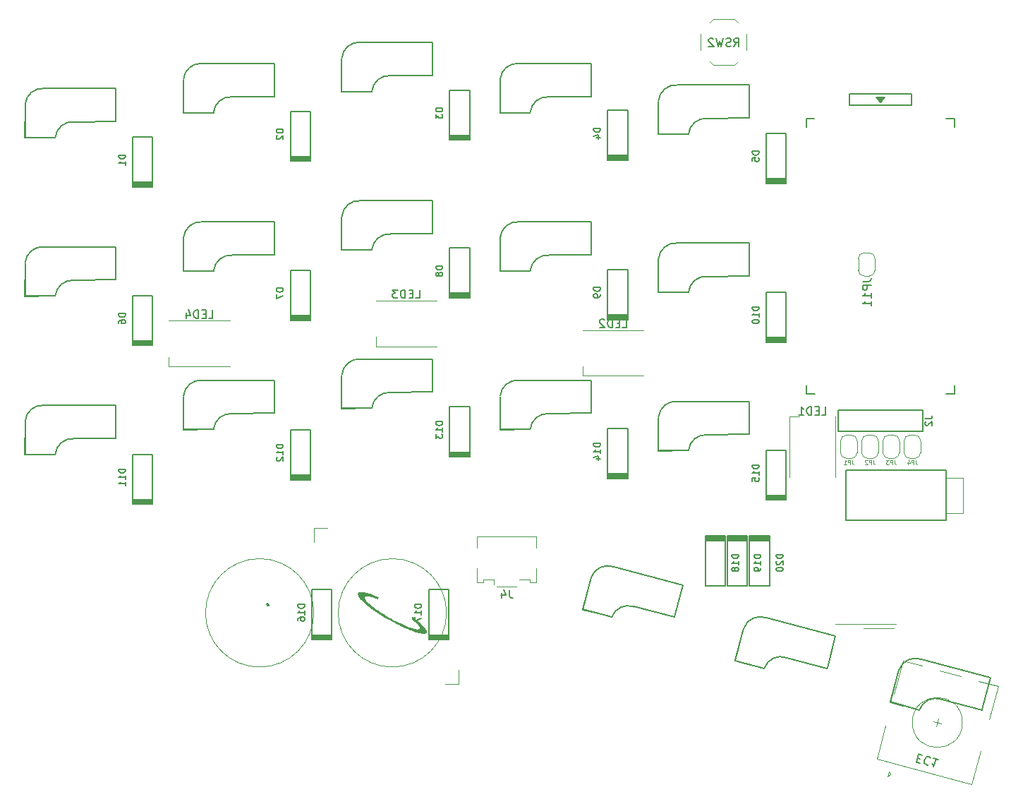
<source format=gbo>
G04 #@! TF.GenerationSoftware,KiCad,Pcbnew,(6.0.6-0)*
G04 #@! TF.CreationDate,2022-07-08T23:29:36+08:00*
G04 #@! TF.ProjectId,AT_ST,41545f53-542e-46b6-9963-61645f706362,rev?*
G04 #@! TF.SameCoordinates,Original*
G04 #@! TF.FileFunction,Legend,Bot*
G04 #@! TF.FilePolarity,Positive*
%FSLAX46Y46*%
G04 Gerber Fmt 4.6, Leading zero omitted, Abs format (unit mm)*
G04 Created by KiCad (PCBNEW (6.0.6-0)) date 2022-07-08 23:29:36*
%MOMM*%
%LPD*%
G01*
G04 APERTURE LIST*
%ADD10C,0.150000*%
%ADD11C,0.100000*%
%ADD12C,0.200000*%
%ADD13C,0.120000*%
G04 APERTURE END LIST*
D10*
X170884085Y-109741051D02*
X170084085Y-109741051D01*
X170084085Y-109931527D01*
X170122181Y-110045813D01*
X170198371Y-110122003D01*
X170274561Y-110160099D01*
X170426942Y-110198194D01*
X170541228Y-110198194D01*
X170693609Y-110160099D01*
X170769800Y-110122003D01*
X170845990Y-110045813D01*
X170884085Y-109931527D01*
X170884085Y-109741051D01*
X170884085Y-110960099D02*
X170884085Y-110502956D01*
X170884085Y-110731527D02*
X170084085Y-110731527D01*
X170198371Y-110655337D01*
X170274561Y-110579146D01*
X170312657Y-110502956D01*
X170350752Y-111645813D02*
X170884085Y-111645813D01*
X170045990Y-111455337D02*
X170617419Y-111264860D01*
X170617419Y-111760099D01*
X151934685Y-69534403D02*
X151134685Y-69534403D01*
X151134685Y-69724880D01*
X151172781Y-69839165D01*
X151248971Y-69915356D01*
X151325161Y-69953451D01*
X151477542Y-69991546D01*
X151591828Y-69991546D01*
X151744209Y-69953451D01*
X151820400Y-69915356D01*
X151896590Y-69839165D01*
X151934685Y-69724880D01*
X151934685Y-69534403D01*
X151134685Y-70258213D02*
X151134685Y-70753451D01*
X151439447Y-70486784D01*
X151439447Y-70601070D01*
X151477542Y-70677260D01*
X151515638Y-70715356D01*
X151591828Y-70753451D01*
X151782304Y-70753451D01*
X151858495Y-70715356D01*
X151896590Y-70677260D01*
X151934685Y-70601070D01*
X151934685Y-70372499D01*
X151896590Y-70296308D01*
X151858495Y-70258213D01*
X132831135Y-91147203D02*
X132031135Y-91147203D01*
X132031135Y-91337680D01*
X132069231Y-91451965D01*
X132145421Y-91528156D01*
X132221611Y-91566251D01*
X132373992Y-91604346D01*
X132488278Y-91604346D01*
X132640659Y-91566251D01*
X132716850Y-91528156D01*
X132793040Y-91451965D01*
X132831135Y-91337680D01*
X132831135Y-91147203D01*
X132031135Y-91871013D02*
X132031135Y-92404346D01*
X132831135Y-92061489D01*
X113884285Y-75172603D02*
X113084285Y-75172603D01*
X113084285Y-75363080D01*
X113122381Y-75477365D01*
X113198571Y-75553556D01*
X113274761Y-75591651D01*
X113427142Y-75629746D01*
X113541428Y-75629746D01*
X113693809Y-75591651D01*
X113770000Y-75553556D01*
X113846190Y-75477365D01*
X113884285Y-75363080D01*
X113884285Y-75172603D01*
X113884285Y-76391651D02*
X113884285Y-75934508D01*
X113884285Y-76163080D02*
X113084285Y-76163080D01*
X113198571Y-76086889D01*
X113274761Y-76010699D01*
X113312857Y-75934508D01*
X189906935Y-74713203D02*
X189106935Y-74713203D01*
X189106935Y-74903680D01*
X189145031Y-75017965D01*
X189221221Y-75094156D01*
X189297411Y-75132251D01*
X189449792Y-75170346D01*
X189564078Y-75170346D01*
X189716459Y-75132251D01*
X189792650Y-75094156D01*
X189868840Y-75017965D01*
X189906935Y-74903680D01*
X189906935Y-74713203D01*
X189106935Y-75894156D02*
X189106935Y-75513203D01*
X189487888Y-75475108D01*
X189449792Y-75513203D01*
X189411697Y-75589394D01*
X189411697Y-75779870D01*
X189449792Y-75856060D01*
X189487888Y-75894156D01*
X189564078Y-75932251D01*
X189754554Y-75932251D01*
X189830745Y-75894156D01*
X189868840Y-75856060D01*
X189906935Y-75779870D01*
X189906935Y-75589394D01*
X189868840Y-75513203D01*
X189830745Y-75475108D01*
X151934685Y-107149851D02*
X151134685Y-107149851D01*
X151134685Y-107340327D01*
X151172781Y-107454613D01*
X151248971Y-107530803D01*
X151325161Y-107568899D01*
X151477542Y-107606994D01*
X151591828Y-107606994D01*
X151744209Y-107568899D01*
X151820400Y-107530803D01*
X151896590Y-107454613D01*
X151934685Y-107340327D01*
X151934685Y-107149851D01*
X151934685Y-108368899D02*
X151934685Y-107911756D01*
X151934685Y-108140327D02*
X151134685Y-108140327D01*
X151248971Y-108064137D01*
X151325161Y-107987946D01*
X151363257Y-107911756D01*
X151134685Y-108635565D02*
X151134685Y-109130803D01*
X151439447Y-108864137D01*
X151439447Y-108978422D01*
X151477542Y-109054613D01*
X151515638Y-109092708D01*
X151591828Y-109130803D01*
X151782304Y-109130803D01*
X151858495Y-109092708D01*
X151896590Y-109054613D01*
X151934685Y-108978422D01*
X151934685Y-108749851D01*
X151896590Y-108673660D01*
X151858495Y-108635565D01*
X209866895Y-106790066D02*
X210447466Y-106790066D01*
X210563580Y-106751361D01*
X210640990Y-106673952D01*
X210679695Y-106557838D01*
X210679695Y-106480428D01*
X209944304Y-107138409D02*
X209905600Y-107177114D01*
X209866895Y-107254523D01*
X209866895Y-107448047D01*
X209905600Y-107525457D01*
X209944304Y-107564161D01*
X210021714Y-107602866D01*
X210099123Y-107602866D01*
X210215238Y-107564161D01*
X210679695Y-107099704D01*
X210679695Y-107602866D01*
X208944032Y-147531506D02*
X209266007Y-147617779D01*
X209539568Y-147148792D02*
X209079604Y-147025545D01*
X208820785Y-147991471D01*
X209280749Y-148114718D01*
X210480845Y-147499604D02*
X210447173Y-147441283D01*
X210321508Y-147358312D01*
X210229515Y-147333663D01*
X210079201Y-147342685D01*
X209962559Y-147410029D01*
X209891913Y-147489697D01*
X209796618Y-147661358D01*
X209759643Y-147799348D01*
X209756341Y-147995658D01*
X209777688Y-148099976D01*
X209845032Y-148216618D01*
X209970696Y-148299589D01*
X210062689Y-148324238D01*
X210213003Y-148315216D01*
X210271325Y-148281544D01*
X211425423Y-147654106D02*
X210873466Y-147506209D01*
X211149445Y-147580157D02*
X210890626Y-148546083D01*
X210835607Y-148383444D01*
X210768263Y-148266802D01*
X210688595Y-148196156D01*
X173550047Y-95859980D02*
X174026238Y-95859980D01*
X174026238Y-94859980D01*
X173216714Y-95336171D02*
X172883380Y-95336171D01*
X172740523Y-95859980D02*
X173216714Y-95859980D01*
X173216714Y-94859980D01*
X172740523Y-94859980D01*
X172311952Y-95859980D02*
X172311952Y-94859980D01*
X172073857Y-94859980D01*
X171931000Y-94907600D01*
X171835761Y-95002838D01*
X171788142Y-95098076D01*
X171740523Y-95288552D01*
X171740523Y-95431409D01*
X171788142Y-95621885D01*
X171835761Y-95717123D01*
X171931000Y-95812361D01*
X172073857Y-95859980D01*
X172311952Y-95859980D01*
X171359571Y-94955219D02*
X171311952Y-94907600D01*
X171216714Y-94859980D01*
X170978619Y-94859980D01*
X170883380Y-94907600D01*
X170835761Y-94955219D01*
X170788142Y-95050457D01*
X170788142Y-95145695D01*
X170835761Y-95288552D01*
X171407190Y-95859980D01*
X170788142Y-95859980D01*
X149407657Y-129083623D02*
X148607657Y-129083623D01*
X148607657Y-129274099D01*
X148645753Y-129388385D01*
X148721943Y-129464575D01*
X148798133Y-129502671D01*
X148950514Y-129540766D01*
X149064800Y-129540766D01*
X149217181Y-129502671D01*
X149293372Y-129464575D01*
X149369562Y-129388385D01*
X149407657Y-129274099D01*
X149407657Y-129083623D01*
X149407657Y-130302671D02*
X149407657Y-129845528D01*
X149407657Y-130074099D02*
X148607657Y-130074099D01*
X148721943Y-129997909D01*
X148798133Y-129921718D01*
X148836229Y-129845528D01*
X148607657Y-130569337D02*
X148607657Y-131102671D01*
X149407657Y-130759813D01*
X197461047Y-106370380D02*
X197937238Y-106370380D01*
X197937238Y-105370380D01*
X197127714Y-105846571D02*
X196794380Y-105846571D01*
X196651523Y-106370380D02*
X197127714Y-106370380D01*
X197127714Y-105370380D01*
X196651523Y-105370380D01*
X196222952Y-106370380D02*
X196222952Y-105370380D01*
X195984857Y-105370380D01*
X195842000Y-105418000D01*
X195746761Y-105513238D01*
X195699142Y-105608476D01*
X195651523Y-105798952D01*
X195651523Y-105941809D01*
X195699142Y-106132285D01*
X195746761Y-106227523D01*
X195842000Y-106322761D01*
X195984857Y-106370380D01*
X196222952Y-106370380D01*
X194699142Y-106370380D02*
X195270571Y-106370380D01*
X194984857Y-106370380D02*
X194984857Y-105370380D01*
X195080095Y-105513238D01*
X195175333Y-105608476D01*
X195270571Y-105656095D01*
X189906935Y-112331851D02*
X189106935Y-112331851D01*
X189106935Y-112522327D01*
X189145031Y-112636613D01*
X189221221Y-112712803D01*
X189297411Y-112750899D01*
X189449792Y-112788994D01*
X189564078Y-112788994D01*
X189716459Y-112750899D01*
X189792650Y-112712803D01*
X189868840Y-112636613D01*
X189906935Y-112522327D01*
X189906935Y-112331851D01*
X189906935Y-113550899D02*
X189906935Y-113093756D01*
X189906935Y-113322327D02*
X189106935Y-113322327D01*
X189221221Y-113246137D01*
X189297411Y-113169946D01*
X189335507Y-113093756D01*
X189106935Y-114274708D02*
X189106935Y-113893756D01*
X189487888Y-113855660D01*
X189449792Y-113893756D01*
X189411697Y-113969946D01*
X189411697Y-114160422D01*
X189449792Y-114236613D01*
X189487888Y-114274708D01*
X189564078Y-114312803D01*
X189754554Y-114312803D01*
X189830745Y-114274708D01*
X189868840Y-114236613D01*
X189906935Y-114160422D01*
X189906935Y-113969946D01*
X189868840Y-113893756D01*
X189830745Y-113855660D01*
X113884285Y-112843251D02*
X113084285Y-112843251D01*
X113084285Y-113033727D01*
X113122381Y-113148013D01*
X113198571Y-113224203D01*
X113274761Y-113262299D01*
X113427142Y-113300394D01*
X113541428Y-113300394D01*
X113693809Y-113262299D01*
X113770000Y-113224203D01*
X113846190Y-113148013D01*
X113884285Y-113033727D01*
X113884285Y-112843251D01*
X113884285Y-114062299D02*
X113884285Y-113605156D01*
X113884285Y-113833727D02*
X113084285Y-113833727D01*
X113198571Y-113757537D01*
X113274761Y-113681346D01*
X113312857Y-113605156D01*
X113884285Y-114824203D02*
X113884285Y-114367060D01*
X113884285Y-114595632D02*
X113084285Y-114595632D01*
X113198571Y-114519441D01*
X113274761Y-114443251D01*
X113312857Y-114367060D01*
X148713647Y-92329380D02*
X149189838Y-92329380D01*
X149189838Y-91329380D01*
X148380314Y-91805571D02*
X148046980Y-91805571D01*
X147904123Y-92329380D02*
X148380314Y-92329380D01*
X148380314Y-91329380D01*
X147904123Y-91329380D01*
X147475552Y-92329380D02*
X147475552Y-91329380D01*
X147237457Y-91329380D01*
X147094600Y-91377000D01*
X146999361Y-91472238D01*
X146951742Y-91567476D01*
X146904123Y-91757952D01*
X146904123Y-91900809D01*
X146951742Y-92091285D01*
X146999361Y-92186523D01*
X147094600Y-92281761D01*
X147237457Y-92329380D01*
X147475552Y-92329380D01*
X146570790Y-91329380D02*
X145951742Y-91329380D01*
X146285076Y-91710333D01*
X146142219Y-91710333D01*
X146046980Y-91757952D01*
X145999361Y-91805571D01*
X145951742Y-91900809D01*
X145951742Y-92138904D01*
X145999361Y-92234142D01*
X146046980Y-92281761D01*
X146142219Y-92329380D01*
X146427933Y-92329380D01*
X146523171Y-92281761D01*
X146570790Y-92234142D01*
X170884085Y-91070803D02*
X170084085Y-91070803D01*
X170084085Y-91261280D01*
X170122181Y-91375565D01*
X170198371Y-91451756D01*
X170274561Y-91489851D01*
X170426942Y-91527946D01*
X170541228Y-91527946D01*
X170693609Y-91489851D01*
X170769800Y-91451756D01*
X170845990Y-91375565D01*
X170884085Y-91261280D01*
X170884085Y-91070803D01*
X170884085Y-91908899D02*
X170884085Y-92061280D01*
X170845990Y-92137470D01*
X170807895Y-92175565D01*
X170693609Y-92251756D01*
X170541228Y-92289851D01*
X170236466Y-92289851D01*
X170160276Y-92251756D01*
X170122181Y-92213660D01*
X170084085Y-92137470D01*
X170084085Y-91985089D01*
X170122181Y-91908899D01*
X170160276Y-91870803D01*
X170236466Y-91832708D01*
X170426942Y-91832708D01*
X170503133Y-91870803D01*
X170541228Y-91908899D01*
X170579323Y-91985089D01*
X170579323Y-92137470D01*
X170541228Y-92213660D01*
X170503133Y-92251756D01*
X170426942Y-92289851D01*
X123877247Y-94742380D02*
X124353438Y-94742380D01*
X124353438Y-93742380D01*
X123543914Y-94218571D02*
X123210580Y-94218571D01*
X123067723Y-94742380D02*
X123543914Y-94742380D01*
X123543914Y-93742380D01*
X123067723Y-93742380D01*
X122639152Y-94742380D02*
X122639152Y-93742380D01*
X122401057Y-93742380D01*
X122258200Y-93790000D01*
X122162961Y-93885238D01*
X122115342Y-93980476D01*
X122067723Y-94170952D01*
X122067723Y-94313809D01*
X122115342Y-94504285D01*
X122162961Y-94599523D01*
X122258200Y-94694761D01*
X122401057Y-94742380D01*
X122639152Y-94742380D01*
X121210580Y-94075714D02*
X121210580Y-94742380D01*
X121448676Y-93694761D02*
X121686771Y-94409047D01*
X121067723Y-94409047D01*
X151934685Y-88465575D02*
X151134685Y-88465575D01*
X151134685Y-88656052D01*
X151172781Y-88770337D01*
X151248971Y-88846528D01*
X151325161Y-88884623D01*
X151477542Y-88922718D01*
X151591828Y-88922718D01*
X151744209Y-88884623D01*
X151820400Y-88846528D01*
X151896590Y-88770337D01*
X151934685Y-88656052D01*
X151934685Y-88465575D01*
X151477542Y-89379861D02*
X151439447Y-89303671D01*
X151401352Y-89265575D01*
X151325161Y-89227480D01*
X151287066Y-89227480D01*
X151210876Y-89265575D01*
X151172781Y-89303671D01*
X151134685Y-89379861D01*
X151134685Y-89532242D01*
X151172781Y-89608432D01*
X151210876Y-89646528D01*
X151287066Y-89684623D01*
X151325161Y-89684623D01*
X151401352Y-89646528D01*
X151439447Y-89608432D01*
X151477542Y-89532242D01*
X151477542Y-89379861D01*
X151515638Y-89303671D01*
X151553733Y-89265575D01*
X151629923Y-89227480D01*
X151782304Y-89227480D01*
X151858495Y-89265575D01*
X151896590Y-89303671D01*
X151934685Y-89379861D01*
X151934685Y-89532242D01*
X151896590Y-89608432D01*
X151858495Y-89646528D01*
X151782304Y-89684623D01*
X151629923Y-89684623D01*
X151553733Y-89646528D01*
X151515638Y-89608432D01*
X151477542Y-89532242D01*
X189906935Y-93382251D02*
X189106935Y-93382251D01*
X189106935Y-93572727D01*
X189145031Y-93687013D01*
X189221221Y-93763203D01*
X189297411Y-93801299D01*
X189449792Y-93839394D01*
X189564078Y-93839394D01*
X189716459Y-93801299D01*
X189792650Y-93763203D01*
X189868840Y-93687013D01*
X189906935Y-93572727D01*
X189906935Y-93382251D01*
X189906935Y-94601299D02*
X189906935Y-94144156D01*
X189906935Y-94372727D02*
X189106935Y-94372727D01*
X189221221Y-94296537D01*
X189297411Y-94220346D01*
X189335507Y-94144156D01*
X189106935Y-95096537D02*
X189106935Y-95172727D01*
X189145031Y-95248918D01*
X189183126Y-95287013D01*
X189259316Y-95325108D01*
X189411697Y-95363203D01*
X189602173Y-95363203D01*
X189754554Y-95325108D01*
X189830745Y-95287013D01*
X189868840Y-95248918D01*
X189906935Y-95172727D01*
X189906935Y-95096537D01*
X189868840Y-95020346D01*
X189830745Y-94982251D01*
X189754554Y-94944156D01*
X189602173Y-94906060D01*
X189411697Y-94906060D01*
X189259316Y-94944156D01*
X189183126Y-94982251D01*
X189145031Y-95020346D01*
X189106935Y-95096537D01*
X113884285Y-94173003D02*
X113084285Y-94173003D01*
X113084285Y-94363480D01*
X113122381Y-94477765D01*
X113198571Y-94553956D01*
X113274761Y-94592051D01*
X113427142Y-94630146D01*
X113541428Y-94630146D01*
X113693809Y-94592051D01*
X113770000Y-94553956D01*
X113846190Y-94477765D01*
X113884285Y-94363480D01*
X113884285Y-94173003D01*
X113084285Y-95315860D02*
X113084285Y-95163480D01*
X113122381Y-95087289D01*
X113160476Y-95049194D01*
X113274761Y-94973003D01*
X113427142Y-94934908D01*
X113731904Y-94934908D01*
X113808095Y-94973003D01*
X113846190Y-95011099D01*
X113884285Y-95087289D01*
X113884285Y-95239670D01*
X113846190Y-95315860D01*
X113808095Y-95353956D01*
X113731904Y-95392051D01*
X113541428Y-95392051D01*
X113465238Y-95353956D01*
X113427142Y-95315860D01*
X113389047Y-95239670D01*
X113389047Y-95087289D01*
X113427142Y-95011099D01*
X113465238Y-94973003D01*
X113541428Y-94934908D01*
X132831135Y-72071403D02*
X132031135Y-72071403D01*
X132031135Y-72261880D01*
X132069231Y-72376165D01*
X132145421Y-72452356D01*
X132221611Y-72490451D01*
X132373992Y-72528546D01*
X132488278Y-72528546D01*
X132640659Y-72490451D01*
X132716850Y-72452356D01*
X132793040Y-72376165D01*
X132831135Y-72261880D01*
X132831135Y-72071403D01*
X132107326Y-72833308D02*
X132069231Y-72871403D01*
X132031135Y-72947594D01*
X132031135Y-73138070D01*
X132069231Y-73214260D01*
X132107326Y-73252356D01*
X132183516Y-73290451D01*
X132259707Y-73290451D01*
X132373992Y-73252356D01*
X132831135Y-72795213D01*
X132831135Y-73290451D01*
X132831135Y-109892851D02*
X132031135Y-109892851D01*
X132031135Y-110083327D01*
X132069231Y-110197613D01*
X132145421Y-110273803D01*
X132221611Y-110311899D01*
X132373992Y-110349994D01*
X132488278Y-110349994D01*
X132640659Y-110311899D01*
X132716850Y-110273803D01*
X132793040Y-110197613D01*
X132831135Y-110083327D01*
X132831135Y-109892851D01*
X132831135Y-111111899D02*
X132831135Y-110654756D01*
X132831135Y-110883327D02*
X132031135Y-110883327D01*
X132145421Y-110807137D01*
X132221611Y-110730946D01*
X132259707Y-110654756D01*
X132107326Y-111416660D02*
X132069231Y-111454756D01*
X132031135Y-111530946D01*
X132031135Y-111721422D01*
X132069231Y-111797613D01*
X132107326Y-111835708D01*
X132183516Y-111873803D01*
X132259707Y-111873803D01*
X132373992Y-111835708D01*
X132831135Y-111378565D01*
X132831135Y-111873803D01*
X170884085Y-71958775D02*
X170084085Y-71958775D01*
X170084085Y-72149252D01*
X170122181Y-72263537D01*
X170198371Y-72339728D01*
X170274561Y-72377823D01*
X170426942Y-72415918D01*
X170541228Y-72415918D01*
X170693609Y-72377823D01*
X170769800Y-72339728D01*
X170845990Y-72263537D01*
X170884085Y-72149252D01*
X170884085Y-71958775D01*
X170350752Y-73101632D02*
X170884085Y-73101632D01*
X170045990Y-72911156D02*
X170617419Y-72720680D01*
X170617419Y-73215918D01*
X187468862Y-123111234D02*
X186668862Y-123111234D01*
X186668862Y-123301710D01*
X186706958Y-123415996D01*
X186783148Y-123492186D01*
X186859338Y-123530282D01*
X187011719Y-123568377D01*
X187126005Y-123568377D01*
X187278386Y-123530282D01*
X187354577Y-123492186D01*
X187430767Y-123415996D01*
X187468862Y-123301710D01*
X187468862Y-123111234D01*
X187468862Y-124330282D02*
X187468862Y-123873139D01*
X187468862Y-124101710D02*
X186668862Y-124101710D01*
X186783148Y-124025520D01*
X186859338Y-123949329D01*
X186897434Y-123873139D01*
X187011719Y-124787424D02*
X186973624Y-124711234D01*
X186935529Y-124673139D01*
X186859338Y-124635043D01*
X186821243Y-124635043D01*
X186745053Y-124673139D01*
X186706958Y-124711234D01*
X186668862Y-124787424D01*
X186668862Y-124939805D01*
X186706958Y-125015996D01*
X186745053Y-125054091D01*
X186821243Y-125092186D01*
X186859338Y-125092186D01*
X186935529Y-125054091D01*
X186973624Y-125015996D01*
X187011719Y-124939805D01*
X187011719Y-124787424D01*
X187049815Y-124711234D01*
X187087910Y-124673139D01*
X187164100Y-124635043D01*
X187316481Y-124635043D01*
X187392672Y-124673139D01*
X187430767Y-124711234D01*
X187468862Y-124787424D01*
X187468862Y-124939805D01*
X187430767Y-125015996D01*
X187392672Y-125054091D01*
X187316481Y-125092186D01*
X187164100Y-125092186D01*
X187087910Y-125054091D01*
X187049815Y-125015996D01*
X187011719Y-124939805D01*
X192786201Y-123111234D02*
X191986201Y-123111234D01*
X191986201Y-123301710D01*
X192024297Y-123415996D01*
X192100487Y-123492186D01*
X192176677Y-123530282D01*
X192329058Y-123568377D01*
X192443344Y-123568377D01*
X192595725Y-123530282D01*
X192671916Y-123492186D01*
X192748106Y-123415996D01*
X192786201Y-123301710D01*
X192786201Y-123111234D01*
X192062392Y-123873139D02*
X192024297Y-123911234D01*
X191986201Y-123987424D01*
X191986201Y-124177901D01*
X192024297Y-124254091D01*
X192062392Y-124292186D01*
X192138582Y-124330282D01*
X192214773Y-124330282D01*
X192329058Y-124292186D01*
X192786201Y-123835043D01*
X192786201Y-124330282D01*
X191986201Y-124825520D02*
X191986201Y-124901710D01*
X192024297Y-124977901D01*
X192062392Y-125015996D01*
X192138582Y-125054091D01*
X192290963Y-125092186D01*
X192481439Y-125092186D01*
X192633820Y-125054091D01*
X192710011Y-125015996D01*
X192748106Y-124977901D01*
X192786201Y-124901710D01*
X192786201Y-124825520D01*
X192748106Y-124749329D01*
X192710011Y-124711234D01*
X192633820Y-124673139D01*
X192481439Y-124635043D01*
X192290963Y-124635043D01*
X192138582Y-124673139D01*
X192062392Y-124711234D01*
X192024297Y-124749329D01*
X191986201Y-124825520D01*
X190127531Y-123111234D02*
X189327531Y-123111234D01*
X189327531Y-123301710D01*
X189365627Y-123415996D01*
X189441817Y-123492186D01*
X189518007Y-123530282D01*
X189670388Y-123568377D01*
X189784674Y-123568377D01*
X189937055Y-123530282D01*
X190013246Y-123492186D01*
X190089436Y-123415996D01*
X190127531Y-123301710D01*
X190127531Y-123111234D01*
X190127531Y-124330282D02*
X190127531Y-123873139D01*
X190127531Y-124101710D02*
X189327531Y-124101710D01*
X189441817Y-124025520D01*
X189518007Y-123949329D01*
X189556103Y-123873139D01*
X190127531Y-124711234D02*
X190127531Y-124863615D01*
X190089436Y-124939805D01*
X190051341Y-124977901D01*
X189937055Y-125054091D01*
X189784674Y-125092186D01*
X189479912Y-125092186D01*
X189403722Y-125054091D01*
X189365627Y-125015996D01*
X189327531Y-124939805D01*
X189327531Y-124787424D01*
X189365627Y-124711234D01*
X189403722Y-124673139D01*
X189479912Y-124635043D01*
X189670388Y-124635043D01*
X189746579Y-124673139D01*
X189784674Y-124711234D01*
X189822769Y-124787424D01*
X189822769Y-124939805D01*
X189784674Y-125015996D01*
X189746579Y-125054091D01*
X189670388Y-125092186D01*
X135386857Y-129083623D02*
X134586857Y-129083623D01*
X134586857Y-129274099D01*
X134624953Y-129388385D01*
X134701143Y-129464575D01*
X134777333Y-129502671D01*
X134929714Y-129540766D01*
X135044000Y-129540766D01*
X135196381Y-129502671D01*
X135272572Y-129464575D01*
X135348762Y-129388385D01*
X135386857Y-129274099D01*
X135386857Y-129083623D01*
X135386857Y-130302671D02*
X135386857Y-129845528D01*
X135386857Y-130074099D02*
X134586857Y-130074099D01*
X134701143Y-129997909D01*
X134777333Y-129921718D01*
X134815429Y-129845528D01*
X134586857Y-130988385D02*
X134586857Y-130836004D01*
X134624953Y-130759813D01*
X134663048Y-130721718D01*
X134777333Y-130645528D01*
X134929714Y-130607432D01*
X135234476Y-130607432D01*
X135310667Y-130645528D01*
X135348762Y-130683623D01*
X135386857Y-130759813D01*
X135386857Y-130912194D01*
X135348762Y-130988385D01*
X135310667Y-131026480D01*
X135234476Y-131064575D01*
X135044000Y-131064575D01*
X134967810Y-131026480D01*
X134929714Y-130988385D01*
X134891619Y-130912194D01*
X134891619Y-130759813D01*
X134929714Y-130683623D01*
X134967810Y-130645528D01*
X135044000Y-130607432D01*
X186913685Y-62159685D02*
X187247019Y-61683495D01*
X187485114Y-62159685D02*
X187485114Y-61159685D01*
X187104161Y-61159685D01*
X187008923Y-61207305D01*
X186961304Y-61254924D01*
X186913685Y-61350162D01*
X186913685Y-61493019D01*
X186961304Y-61588257D01*
X187008923Y-61635876D01*
X187104161Y-61683495D01*
X187485114Y-61683495D01*
X186532733Y-62112066D02*
X186389876Y-62159685D01*
X186151780Y-62159685D01*
X186056542Y-62112066D01*
X186008923Y-62064447D01*
X185961304Y-61969209D01*
X185961304Y-61873971D01*
X186008923Y-61778733D01*
X186056542Y-61731114D01*
X186151780Y-61683495D01*
X186342257Y-61635876D01*
X186437495Y-61588257D01*
X186485114Y-61540638D01*
X186532733Y-61445400D01*
X186532733Y-61350162D01*
X186485114Y-61254924D01*
X186437495Y-61207305D01*
X186342257Y-61159685D01*
X186104161Y-61159685D01*
X185961304Y-61207305D01*
X185627971Y-61159685D02*
X185389876Y-62159685D01*
X185199400Y-61445400D01*
X185008923Y-62159685D01*
X184770828Y-61159685D01*
X184437495Y-61254924D02*
X184389876Y-61207305D01*
X184294638Y-61159685D01*
X184056542Y-61159685D01*
X183961304Y-61207305D01*
X183913685Y-61254924D01*
X183866066Y-61350162D01*
X183866066Y-61445400D01*
X183913685Y-61588257D01*
X184485114Y-62159685D01*
X183866066Y-62159685D01*
D11*
X206191658Y-111750619D02*
X206191658Y-112107762D01*
X206215468Y-112179190D01*
X206263087Y-112226809D01*
X206334515Y-112250619D01*
X206382134Y-112250619D01*
X205953563Y-112250619D02*
X205953563Y-111750619D01*
X205763087Y-111750619D01*
X205715468Y-111774429D01*
X205691658Y-111798238D01*
X205667849Y-111845857D01*
X205667849Y-111917286D01*
X205691658Y-111964905D01*
X205715468Y-111988714D01*
X205763087Y-112012524D01*
X205953563Y-112012524D01*
X205501182Y-111750619D02*
X205191658Y-111750619D01*
X205358325Y-111941095D01*
X205286896Y-111941095D01*
X205239277Y-111964905D01*
X205215468Y-111988714D01*
X205191658Y-112036333D01*
X205191658Y-112155381D01*
X205215468Y-112203000D01*
X205239277Y-112226809D01*
X205286896Y-112250619D01*
X205429753Y-112250619D01*
X205477372Y-112226809D01*
X205501182Y-112203000D01*
D10*
X202362746Y-90315991D02*
X203077032Y-90315991D01*
X203219889Y-90268372D01*
X203315127Y-90173134D01*
X203362746Y-90030276D01*
X203362746Y-89935038D01*
X203362746Y-90792181D02*
X202362746Y-90792181D01*
X202362746Y-91173134D01*
X202410366Y-91268372D01*
X202457985Y-91315991D01*
X202553223Y-91363610D01*
X202696080Y-91363610D01*
X202791318Y-91315991D01*
X202838937Y-91268372D01*
X202886556Y-91173134D01*
X202886556Y-90792181D01*
X203362746Y-92315991D02*
X203362746Y-91744562D01*
X203362746Y-92030276D02*
X202362746Y-92030276D01*
X202505604Y-91935038D01*
X202600842Y-91839800D01*
X202648461Y-91744562D01*
X203362746Y-93268372D02*
X203362746Y-92696943D01*
X203362746Y-92982657D02*
X202362746Y-92982657D01*
X202505604Y-92887419D01*
X202600842Y-92792181D01*
X202648461Y-92696943D01*
X159969670Y-127322183D02*
X159969670Y-128036469D01*
X160017289Y-128179326D01*
X160112527Y-128274564D01*
X160255384Y-128322183D01*
X160350622Y-128322183D01*
X159064908Y-127655517D02*
X159064908Y-128322183D01*
X159303003Y-127274564D02*
X159541098Y-127988850D01*
X158922051Y-127988850D01*
D11*
X208731658Y-111750619D02*
X208731658Y-112107762D01*
X208755468Y-112179190D01*
X208803087Y-112226809D01*
X208874515Y-112250619D01*
X208922134Y-112250619D01*
X208493563Y-112250619D02*
X208493563Y-111750619D01*
X208303087Y-111750619D01*
X208255468Y-111774429D01*
X208231658Y-111798238D01*
X208207849Y-111845857D01*
X208207849Y-111917286D01*
X208231658Y-111964905D01*
X208255468Y-111988714D01*
X208303087Y-112012524D01*
X208493563Y-112012524D01*
X207779277Y-111917286D02*
X207779277Y-112250619D01*
X207898325Y-111726809D02*
X208017372Y-112083952D01*
X207707849Y-112083952D01*
X203651658Y-111750619D02*
X203651658Y-112107762D01*
X203675468Y-112179190D01*
X203723087Y-112226809D01*
X203794515Y-112250619D01*
X203842134Y-112250619D01*
X203413563Y-112250619D02*
X203413563Y-111750619D01*
X203223087Y-111750619D01*
X203175468Y-111774429D01*
X203151658Y-111798238D01*
X203127849Y-111845857D01*
X203127849Y-111917286D01*
X203151658Y-111964905D01*
X203175468Y-111988714D01*
X203223087Y-112012524D01*
X203413563Y-112012524D01*
X202937372Y-111798238D02*
X202913563Y-111774429D01*
X202865944Y-111750619D01*
X202746896Y-111750619D01*
X202699277Y-111774429D01*
X202675468Y-111798238D01*
X202651658Y-111845857D01*
X202651658Y-111893476D01*
X202675468Y-111964905D01*
X202961182Y-112250619D01*
X202651658Y-112250619D01*
X201111658Y-111750619D02*
X201111658Y-112107762D01*
X201135468Y-112179190D01*
X201183087Y-112226809D01*
X201254515Y-112250619D01*
X201302134Y-112250619D01*
X200873563Y-112250619D02*
X200873563Y-111750619D01*
X200683087Y-111750619D01*
X200635468Y-111774429D01*
X200611658Y-111798238D01*
X200587849Y-111845857D01*
X200587849Y-111917286D01*
X200611658Y-111964905D01*
X200635468Y-111988714D01*
X200683087Y-112012524D01*
X200873563Y-112012524D01*
X200111658Y-112250619D02*
X200397372Y-112250619D01*
X200254515Y-112250619D02*
X200254515Y-111750619D01*
X200302134Y-111822048D01*
X200349753Y-111869667D01*
X200397372Y-111893476D01*
D10*
X205686062Y-140772432D02*
X209173054Y-141706769D01*
X206709432Y-136953161D02*
X205688391Y-140763739D01*
X206186014Y-138855626D02*
X205668376Y-140787477D01*
X205668376Y-140787477D02*
X207213858Y-141201588D01*
X217743756Y-137886870D02*
X209412646Y-135654556D01*
X216720386Y-141706141D02*
X211830555Y-140443537D01*
X216732292Y-141661708D02*
X217743756Y-137886870D01*
X209412646Y-135654555D02*
G75*
G03*
X206738175Y-136888393I-720316J-1954155D01*
G01*
X211853668Y-140453872D02*
G75*
G03*
X209184097Y-141684880I-719282J-1950288D01*
G01*
X120836966Y-70107075D02*
X122436966Y-70107075D01*
X120850155Y-66133965D02*
X120850155Y-70078965D01*
X120836966Y-68107075D02*
X120836966Y-70107075D01*
X131750155Y-68133965D02*
X126700155Y-68179965D01*
X131750155Y-64179965D02*
X123125155Y-64179965D01*
X131750155Y-68087965D02*
X131750155Y-64179965D01*
X120850155Y-70087965D02*
X124460155Y-70087965D01*
X123125155Y-64179965D02*
G75*
G03*
X120861155Y-66063965I-190000J-2074000D01*
G01*
X126725155Y-68183966D02*
G75*
G03*
X124465156Y-70063964I-190001J-2069997D01*
G01*
D12*
X174162028Y-107959628D02*
X171762028Y-107959628D01*
X171762028Y-107959628D02*
X171762028Y-113959628D01*
X171762028Y-113959628D02*
X174162028Y-113959628D01*
X174162028Y-113959628D02*
X174162028Y-107959628D01*
G36*
X174162028Y-113959628D02*
G01*
X171762028Y-113959628D01*
X171762028Y-113401228D01*
X174162028Y-113401228D01*
X174162028Y-113959628D01*
G37*
X174162028Y-113959628D02*
X171762028Y-113959628D01*
X171762028Y-113401228D01*
X174162028Y-113401228D01*
X174162028Y-113959628D01*
X155212628Y-67372028D02*
X152812628Y-67372028D01*
X152812628Y-67372028D02*
X152812628Y-73372028D01*
X152812628Y-73372028D02*
X155212628Y-73372028D01*
X155212628Y-73372028D02*
X155212628Y-67372028D01*
G36*
X155212628Y-73372028D02*
G01*
X152812628Y-73372028D01*
X152812628Y-72813628D01*
X155212628Y-72813628D01*
X155212628Y-73372028D01*
G37*
X155212628Y-73372028D02*
X152812628Y-73372028D01*
X152812628Y-72813628D01*
X155212628Y-72813628D01*
X155212628Y-73372028D01*
D10*
X188749453Y-85724765D02*
X180124453Y-85724765D01*
X177836264Y-89651875D02*
X177836264Y-91651875D01*
X177836264Y-91651875D02*
X179436264Y-91651875D01*
X188749453Y-89678765D02*
X183699453Y-89724765D01*
X177849453Y-91632765D02*
X181459453Y-91632765D01*
X188749453Y-89632765D02*
X188749453Y-85724765D01*
X177849453Y-87678765D02*
X177849453Y-91623765D01*
X183724453Y-89728766D02*
G75*
G03*
X181464454Y-91608764I-190001J-2069997D01*
G01*
X180124453Y-85724765D02*
G75*
G03*
X177860453Y-87608765I-190000J-2074000D01*
G01*
D12*
X136109078Y-88984828D02*
X133709078Y-88984828D01*
X133709078Y-88984828D02*
X133709078Y-94984828D01*
X133709078Y-94984828D02*
X136109078Y-94984828D01*
X136109078Y-94984828D02*
X136109078Y-88984828D01*
G36*
X136109078Y-94984828D02*
G01*
X133709078Y-94984828D01*
X133709078Y-94426428D01*
X136109078Y-94426428D01*
X136109078Y-94984828D01*
G37*
X136109078Y-94984828D02*
X133709078Y-94984828D01*
X133709078Y-94426428D01*
X136109078Y-94426428D01*
X136109078Y-94984828D01*
X117162228Y-73010228D02*
X114762228Y-73010228D01*
X114762228Y-73010228D02*
X114762228Y-79010228D01*
X114762228Y-79010228D02*
X117162228Y-79010228D01*
X117162228Y-79010228D02*
X117162228Y-73010228D01*
G36*
X117162228Y-79010228D02*
G01*
X114762228Y-79010228D01*
X114762228Y-78451828D01*
X117162228Y-78451828D01*
X117162228Y-79010228D01*
G37*
X117162228Y-79010228D02*
X114762228Y-79010228D01*
X114762228Y-78451828D01*
X117162228Y-78451828D01*
X117162228Y-79010228D01*
X193184878Y-72550828D02*
X190784878Y-72550828D01*
X190784878Y-72550828D02*
X190784878Y-78550828D01*
X190784878Y-78550828D02*
X193184878Y-78550828D01*
X193184878Y-78550828D02*
X193184878Y-72550828D01*
G36*
X193184878Y-78550828D02*
G01*
X190784878Y-78550828D01*
X190784878Y-77992428D01*
X193184878Y-77992428D01*
X193184878Y-78550828D01*
G37*
X193184878Y-78550828D02*
X190784878Y-78550828D01*
X190784878Y-77992428D01*
X193184878Y-77992428D01*
X193184878Y-78550828D01*
X155212628Y-105368428D02*
X152812628Y-105368428D01*
X152812628Y-105368428D02*
X152812628Y-111368428D01*
X152812628Y-111368428D02*
X155212628Y-111368428D01*
X155212628Y-111368428D02*
X155212628Y-105368428D01*
G36*
X155212628Y-111368428D02*
G01*
X152812628Y-111368428D01*
X152812628Y-110810028D01*
X155212628Y-110810028D01*
X155212628Y-111368428D01*
G37*
X155212628Y-111368428D02*
X152812628Y-111368428D01*
X152812628Y-110810028D01*
X155212628Y-110810028D01*
X155212628Y-111368428D01*
D10*
X150749555Y-61639205D02*
X142124555Y-61639205D01*
X139836366Y-65566315D02*
X139836366Y-67566315D01*
X139836366Y-67566315D02*
X141436366Y-67566315D01*
X150749555Y-65593205D02*
X145699555Y-65639205D01*
X139849555Y-63593205D02*
X139849555Y-67538205D01*
X150749555Y-65547205D02*
X150749555Y-61639205D01*
X139849555Y-67547205D02*
X143459555Y-67547205D01*
X145724555Y-65643206D02*
G75*
G03*
X143464556Y-67523204I-190001J-2069997D01*
G01*
X142124555Y-61639205D02*
G75*
G03*
X139860555Y-63523205I-190000J-2074000D01*
G01*
X209594277Y-108289302D02*
X199434277Y-108289302D01*
X199434277Y-108289302D02*
X199434277Y-105749302D01*
X199434277Y-105749302D02*
X209594277Y-105749302D01*
X209594277Y-105749302D02*
X209594277Y-108289302D01*
X188749453Y-104719765D02*
X180124453Y-104719765D01*
X188749453Y-108673765D02*
X183699453Y-108719765D01*
X177849453Y-110627765D02*
X181459453Y-110627765D01*
X177836264Y-110646875D02*
X179436264Y-110646875D01*
X188749453Y-108627765D02*
X188749453Y-104719765D01*
X177849453Y-106673765D02*
X177849453Y-110618765D01*
X177836264Y-108646875D02*
X177836264Y-110646875D01*
X183724453Y-108723766D02*
G75*
G03*
X181464454Y-110603764I-190001J-2069997D01*
G01*
X180124453Y-104719765D02*
G75*
G03*
X177860453Y-106603765I-190000J-2074000D01*
G01*
X101849955Y-111088365D02*
X105459955Y-111088365D01*
X112749955Y-109134365D02*
X107699955Y-109180365D01*
X112749955Y-105180365D02*
X104124955Y-105180365D01*
X101836766Y-111107475D02*
X103436766Y-111107475D01*
X101836766Y-109107475D02*
X101836766Y-111107475D01*
X112749955Y-109088365D02*
X112749955Y-105180365D01*
X101849955Y-107134365D02*
X101849955Y-111079365D01*
X107724955Y-109184366D02*
G75*
G03*
X105464956Y-111064364I-190001J-2069997D01*
G01*
X104124955Y-105180365D02*
G75*
G03*
X101860955Y-107064365I-190000J-2074000D01*
G01*
D13*
X215448788Y-150650925D02*
X204050863Y-147596860D01*
X205112022Y-143636564D02*
X204050863Y-147596860D01*
X211199212Y-143714708D02*
X211458032Y-142748782D01*
X218606381Y-138866630D02*
X216288159Y-138245464D01*
X205504829Y-149125253D02*
X205349538Y-149704808D01*
X205716961Y-149492676D02*
X205504829Y-149125253D01*
X214163122Y-137676062D02*
X211651715Y-137003133D01*
X207208456Y-135812565D02*
X206147298Y-139772861D01*
X209526678Y-136433731D02*
X207208456Y-135812565D01*
X216509946Y-146690629D02*
X215448788Y-150650925D01*
X205349538Y-149704808D02*
X205716961Y-149492676D01*
X211811585Y-143361155D02*
X210845659Y-143102335D01*
X217545222Y-142826926D02*
X218606381Y-138866630D01*
X214328622Y-143231745D02*
G75*
G03*
X214328622Y-143231745I-3000000J0D01*
G01*
D10*
X139849555Y-101593365D02*
X139849555Y-105538365D01*
X139849555Y-105547365D02*
X143459555Y-105547365D01*
X150749555Y-103593365D02*
X145699555Y-103639365D01*
X150749555Y-99639365D02*
X142124555Y-99639365D01*
X139836366Y-105566475D02*
X141436366Y-105566475D01*
X139836366Y-103566475D02*
X139836366Y-105566475D01*
X150749555Y-103547365D02*
X150749555Y-99639365D01*
X142124555Y-99639365D02*
G75*
G03*
X139860555Y-101523365I-190000J-2074000D01*
G01*
X145724555Y-103643366D02*
G75*
G03*
X143464556Y-105523364I-190001J-2069997D01*
G01*
X158849755Y-70087405D02*
X162459755Y-70087405D01*
X169749755Y-68087405D02*
X169749755Y-64179405D01*
X169749755Y-68133405D02*
X164699755Y-68179405D01*
X169749755Y-64179405D02*
X161124755Y-64179405D01*
X158836566Y-70106515D02*
X160436566Y-70106515D01*
X158836566Y-68106515D02*
X158836566Y-70106515D01*
X158849755Y-66133405D02*
X158849755Y-70078405D01*
X164724755Y-68183406D02*
G75*
G03*
X162464756Y-70063404I-190001J-2069997D01*
G01*
X161124755Y-64179405D02*
G75*
G03*
X158860755Y-66063405I-190000J-2074000D01*
G01*
D13*
X168781000Y-101657600D02*
X168781000Y-100507600D01*
X176081000Y-96157600D02*
X168781000Y-96157600D01*
X176081000Y-101657600D02*
X168781000Y-101657600D01*
D10*
X169749755Y-106087765D02*
X169749755Y-102179765D01*
X158836566Y-108106875D02*
X160436566Y-108106875D01*
X169749755Y-102179765D02*
X161124755Y-102179765D01*
X169749755Y-106133765D02*
X164699755Y-106179765D01*
X158836566Y-106106875D02*
X158836566Y-108106875D01*
X158849755Y-108087765D02*
X162459755Y-108087765D01*
X158849755Y-104133765D02*
X158849755Y-108078765D01*
X161124755Y-102179765D02*
G75*
G03*
X158860755Y-104063765I-190000J-2074000D01*
G01*
X164724755Y-106183766D02*
G75*
G03*
X162464756Y-108063764I-190001J-2069997D01*
G01*
X199125556Y-132895953D02*
X190794446Y-130663639D01*
X187067862Y-135781515D02*
X190554854Y-136715852D01*
X198114092Y-136670791D02*
X199125556Y-132895953D01*
X187050176Y-135796560D02*
X188595658Y-136210671D01*
X188091232Y-131962244D02*
X187070191Y-135772822D01*
X187567814Y-133864709D02*
X187050176Y-135796560D01*
X198102186Y-136715224D02*
X193212355Y-135452620D01*
X190794446Y-130663638D02*
G75*
G03*
X188119975Y-131897476I-720316J-1954155D01*
G01*
X193235468Y-135462955D02*
G75*
G03*
X190565897Y-136693963I-719282J-1950288D01*
G01*
D12*
X152685600Y-127302200D02*
X150285600Y-127302200D01*
X150285600Y-127302200D02*
X150285600Y-133302200D01*
X150285600Y-133302200D02*
X152685600Y-133302200D01*
X152685600Y-133302200D02*
X152685600Y-127302200D01*
G36*
X152685600Y-133302200D02*
G01*
X150285600Y-133302200D01*
X150285600Y-132743800D01*
X152685600Y-132743800D01*
X152685600Y-133302200D01*
G37*
X152685600Y-133302200D02*
X150285600Y-133302200D01*
X150285600Y-132743800D01*
X152685600Y-132743800D01*
X152685600Y-133302200D01*
D13*
X193617400Y-113829114D02*
X193617400Y-106529114D01*
X193617400Y-106529114D02*
X194767400Y-106529114D01*
X199117400Y-113829114D02*
X199117400Y-106529114D01*
D10*
X168736154Y-129686534D02*
X170281636Y-130100645D01*
X169253792Y-127754683D02*
X168736154Y-129686534D01*
X179800070Y-130560765D02*
X180811534Y-126785927D01*
X179788164Y-130605198D02*
X174898333Y-129342594D01*
X180811534Y-126785927D02*
X172480424Y-124553613D01*
X168753840Y-129671489D02*
X172240832Y-130605826D01*
X169777210Y-125852218D02*
X168756169Y-129662796D01*
X172480424Y-124553612D02*
G75*
G03*
X169805953Y-125787450I-720316J-1954155D01*
G01*
X174921446Y-129352929D02*
G75*
G03*
X172251875Y-130583937I-719282J-1950288D01*
G01*
X131750155Y-87087565D02*
X131750155Y-83179565D01*
X120850155Y-85133565D02*
X120850155Y-89078565D01*
X120836966Y-89106675D02*
X122436966Y-89106675D01*
X131750155Y-87133565D02*
X126700155Y-87179565D01*
X131750155Y-83179565D02*
X123125155Y-83179565D01*
X120850155Y-89087565D02*
X124460155Y-89087565D01*
X120836966Y-87106675D02*
X120836966Y-89106675D01*
X123125155Y-83179565D02*
G75*
G03*
X120861155Y-85063565I-190000J-2074000D01*
G01*
X126725155Y-87183566D02*
G75*
G03*
X124465156Y-89063564I-190001J-2069997D01*
G01*
D11*
X136497200Y-130081700D02*
G75*
G03*
X136497200Y-130081700I-6500000J0D01*
G01*
G36*
X130977321Y-128904401D02*
G01*
X131017291Y-128917207D01*
X131056977Y-128936860D01*
X131095220Y-128963277D01*
X131130859Y-128996376D01*
X131162734Y-129036075D01*
X131165600Y-129040300D01*
X131189142Y-129082648D01*
X131204403Y-129125682D01*
X131211489Y-129167911D01*
X131210505Y-129207847D01*
X131201557Y-129243998D01*
X131184751Y-129274875D01*
X131160191Y-129298987D01*
X131146671Y-129307216D01*
X131113202Y-129318989D01*
X131074422Y-129323885D01*
X131034746Y-129321568D01*
X131014595Y-129317226D01*
X130964863Y-129298125D01*
X130919015Y-129270608D01*
X130878155Y-129236150D01*
X130843388Y-129196228D01*
X130815821Y-129152319D01*
X130796558Y-129105897D01*
X130786706Y-129058441D01*
X130787111Y-129013398D01*
X130796562Y-128975967D01*
X130813856Y-128945960D01*
X130837829Y-128923294D01*
X130867324Y-128907888D01*
X130901177Y-128899659D01*
X130938230Y-128898524D01*
X130977321Y-128904401D01*
G37*
D10*
X101849955Y-69133565D02*
X101849955Y-73078565D01*
X101836766Y-71106675D02*
X101836766Y-73106675D01*
X112749955Y-71087565D02*
X112749955Y-67179565D01*
X101849955Y-73087565D02*
X105459955Y-73087565D01*
X101836766Y-73106675D02*
X103436766Y-73106675D01*
X112749955Y-71133565D02*
X107699955Y-71179565D01*
X112749955Y-67179565D02*
X104124955Y-67179565D01*
X107724955Y-71183566D02*
G75*
G03*
X105464956Y-73063564I-190001J-2069997D01*
G01*
X104124955Y-67179565D02*
G75*
G03*
X101860955Y-69063565I-190000J-2074000D01*
G01*
X139836366Y-84566275D02*
X139836366Y-86566275D01*
X150749555Y-84547165D02*
X150749555Y-80639165D01*
X139849555Y-82593165D02*
X139849555Y-86538165D01*
X150749555Y-84593165D02*
X145699555Y-84639165D01*
X139836366Y-86566275D02*
X141436366Y-86566275D01*
X150749555Y-80639165D02*
X142124555Y-80639165D01*
X139849555Y-86547165D02*
X143459555Y-86547165D01*
X145724555Y-84643166D02*
G75*
G03*
X143464556Y-86523164I-190001J-2069997D01*
G01*
X142124555Y-80639165D02*
G75*
G03*
X139860555Y-82523165I-190000J-2074000D01*
G01*
D12*
X193184878Y-110550428D02*
X190784878Y-110550428D01*
X190784878Y-110550428D02*
X190784878Y-116550428D01*
X190784878Y-116550428D02*
X193184878Y-116550428D01*
X193184878Y-116550428D02*
X193184878Y-110550428D01*
G36*
X193184878Y-116550428D02*
G01*
X190784878Y-116550428D01*
X190784878Y-115992028D01*
X193184878Y-115992028D01*
X193184878Y-116550428D01*
G37*
X193184878Y-116550428D02*
X190784878Y-116550428D01*
X190784878Y-115992028D01*
X193184878Y-115992028D01*
X193184878Y-116550428D01*
X117162228Y-111061828D02*
X114762228Y-111061828D01*
X114762228Y-111061828D02*
X114762228Y-117061828D01*
X114762228Y-117061828D02*
X117162228Y-117061828D01*
X117162228Y-117061828D02*
X117162228Y-111061828D01*
G36*
X117162228Y-117061828D02*
G01*
X114762228Y-117061828D01*
X114762228Y-116503428D01*
X117162228Y-116503428D01*
X117162228Y-117061828D01*
G37*
X117162228Y-117061828D02*
X114762228Y-117061828D01*
X114762228Y-116503428D01*
X117162228Y-116503428D01*
X117162228Y-117061828D01*
D13*
X151244600Y-98127000D02*
X143944600Y-98127000D01*
X143944600Y-98127000D02*
X143944600Y-96977000D01*
X151244600Y-92627000D02*
X143944600Y-92627000D01*
D12*
X174162028Y-88908428D02*
X171762028Y-88908428D01*
X171762028Y-88908428D02*
X171762028Y-94908428D01*
X171762028Y-94908428D02*
X174162028Y-94908428D01*
X174162028Y-94908428D02*
X174162028Y-88908428D01*
G36*
X174162028Y-94908428D02*
G01*
X171762028Y-94908428D01*
X171762028Y-94350028D01*
X174162028Y-94350028D01*
X174162028Y-94908428D01*
G37*
X174162028Y-94908428D02*
X171762028Y-94908428D01*
X171762028Y-94350028D01*
X174162028Y-94350028D01*
X174162028Y-94908428D01*
D10*
X200337338Y-112935915D02*
X212337338Y-112935915D01*
X212337338Y-112935915D02*
X212337338Y-118935915D01*
X212337338Y-118935915D02*
X200337338Y-118935915D01*
X200337338Y-118935915D02*
X200337338Y-112935915D01*
D13*
X214369338Y-113875915D02*
X212369338Y-113875915D01*
X212369338Y-113875915D02*
X212369338Y-118117715D01*
X212369338Y-118117715D02*
X214369338Y-118117715D01*
X214369338Y-118117715D02*
X214369338Y-113875915D01*
X119108200Y-100540000D02*
X119108200Y-99390000D01*
X126408200Y-95040000D02*
X119108200Y-95040000D01*
X126408200Y-100540000D02*
X119108200Y-100540000D01*
D12*
X155212628Y-86303200D02*
X152812628Y-86303200D01*
X152812628Y-86303200D02*
X152812628Y-92303200D01*
X152812628Y-92303200D02*
X155212628Y-92303200D01*
X155212628Y-92303200D02*
X155212628Y-86303200D01*
G36*
X155212628Y-92303200D02*
G01*
X152812628Y-92303200D01*
X152812628Y-91744800D01*
X155212628Y-91744800D01*
X155212628Y-92303200D01*
G37*
X155212628Y-92303200D02*
X152812628Y-92303200D01*
X152812628Y-91744800D01*
X155212628Y-91744800D01*
X155212628Y-92303200D01*
D11*
X152423000Y-130081700D02*
G75*
G03*
X152423000Y-130081700I-6500000J0D01*
G01*
G36*
X142242715Y-127582755D02*
G01*
X142341021Y-127589956D01*
X142448137Y-127603300D01*
X142563833Y-127622761D01*
X142687874Y-127648313D01*
X142820030Y-127679928D01*
X142960067Y-127717579D01*
X143107754Y-127761241D01*
X143262858Y-127810885D01*
X143425147Y-127866486D01*
X143594389Y-127928017D01*
X143630798Y-127941756D01*
X143680541Y-127960865D01*
X143734828Y-127982025D01*
X143792503Y-128004764D01*
X143852411Y-128028609D01*
X143913396Y-128053086D01*
X143974301Y-128077721D01*
X144033972Y-128102042D01*
X144091252Y-128125576D01*
X144144987Y-128147848D01*
X144194019Y-128168387D01*
X144237193Y-128186718D01*
X144273354Y-128202368D01*
X144301346Y-128214864D01*
X144320013Y-128223733D01*
X144328199Y-128228502D01*
X144328326Y-128228744D01*
X144324533Y-128234757D01*
X144313465Y-128246193D01*
X144297272Y-128260808D01*
X144289423Y-128267701D01*
X144269267Y-128286104D01*
X144244014Y-128309765D01*
X144216123Y-128336371D01*
X144188052Y-128363608D01*
X144112887Y-128437230D01*
X144016593Y-128399551D01*
X143921101Y-128362990D01*
X143799209Y-128318585D01*
X143678739Y-128277157D01*
X143561285Y-128239199D01*
X143448445Y-128205206D01*
X143341814Y-128175674D01*
X143242990Y-128151098D01*
X143153569Y-128131971D01*
X143142576Y-128129862D01*
X143091172Y-128120436D01*
X143047878Y-128113508D01*
X143009299Y-128108713D01*
X142972037Y-128105688D01*
X142932696Y-128104069D01*
X142887878Y-128103491D01*
X142859713Y-128103482D01*
X142826590Y-128103976D01*
X142801246Y-128105310D01*
X142780864Y-128107748D01*
X142762627Y-128111554D01*
X142743718Y-128116992D01*
X142719286Y-128125964D01*
X142693597Y-128137790D01*
X142674217Y-128149232D01*
X142647005Y-128175800D01*
X142629513Y-128209455D01*
X142622487Y-128249344D01*
X142625939Y-128295141D01*
X142639882Y-128346519D01*
X142664329Y-128403151D01*
X142667298Y-128408992D01*
X142705419Y-128474892D01*
X142754455Y-128545908D01*
X142814080Y-128621770D01*
X142883967Y-128702212D01*
X142963789Y-128786963D01*
X143053219Y-128875754D01*
X143151931Y-128968319D01*
X143259598Y-129064387D01*
X143375893Y-129163690D01*
X143500490Y-129265959D01*
X143633061Y-129370927D01*
X143773280Y-129478323D01*
X143920820Y-129587880D01*
X144075355Y-129699328D01*
X144236557Y-129812400D01*
X144404100Y-129926826D01*
X144577658Y-130042337D01*
X144756903Y-130158666D01*
X144941509Y-130275543D01*
X145094115Y-130370064D01*
X145298364Y-130493763D01*
X145503257Y-130614729D01*
X145708240Y-130732702D01*
X145912760Y-130847422D01*
X146116264Y-130958628D01*
X146318198Y-131066060D01*
X146518008Y-131169460D01*
X146715142Y-131268565D01*
X146909046Y-131363117D01*
X147099167Y-131452854D01*
X147284951Y-131537518D01*
X147465845Y-131616848D01*
X147641295Y-131690584D01*
X147810749Y-131758466D01*
X147973653Y-131820233D01*
X148129453Y-131875626D01*
X148277596Y-131924384D01*
X148417529Y-131966248D01*
X148548699Y-132000957D01*
X148670551Y-132028251D01*
X148718132Y-132037503D01*
X148770490Y-132046598D01*
X148816723Y-132053034D01*
X148860151Y-132057188D01*
X148904094Y-132059438D01*
X148951871Y-132060159D01*
X148968940Y-132060113D01*
X149016313Y-132058834D01*
X149054727Y-132055497D01*
X149086816Y-132049670D01*
X149115210Y-132040921D01*
X149142542Y-132028817D01*
X149151046Y-132024254D01*
X149183408Y-131999474D01*
X149205109Y-131968349D01*
X149216160Y-131931015D01*
X149216572Y-131887607D01*
X149206357Y-131838261D01*
X149185525Y-131783113D01*
X149154088Y-131722299D01*
X149112057Y-131655955D01*
X149067728Y-131595024D01*
X149004378Y-131516980D01*
X148930313Y-131433958D01*
X148845818Y-131346233D01*
X148751176Y-131254081D01*
X148646672Y-131157777D01*
X148532591Y-131057598D01*
X148409218Y-130953820D01*
X148276837Y-130846717D01*
X148252227Y-130827165D01*
X148272087Y-130756069D01*
X148277309Y-130736901D01*
X148288054Y-130695276D01*
X148298585Y-130652101D01*
X148307228Y-130614143D01*
X148313090Y-130587695D01*
X148318680Y-130563957D01*
X148322959Y-130547385D01*
X148325305Y-130540515D01*
X148328552Y-130541966D01*
X148340702Y-130549929D01*
X148360698Y-130563982D01*
X148387359Y-130583244D01*
X148419501Y-130606833D01*
X148455943Y-130633866D01*
X148495503Y-130663462D01*
X148536998Y-130694739D01*
X148579246Y-130726816D01*
X148621064Y-130758810D01*
X148661271Y-130789839D01*
X148698683Y-130819022D01*
X148711191Y-130828849D01*
X148819789Y-130914940D01*
X148919618Y-130995613D01*
X149012182Y-131072183D01*
X149098988Y-131145968D01*
X149181540Y-131218284D01*
X149261345Y-131290447D01*
X149339906Y-131363774D01*
X149418731Y-131439582D01*
X149499324Y-131519187D01*
X149561436Y-131581923D01*
X149634668Y-131658030D01*
X149699630Y-131728352D01*
X149757226Y-131793959D01*
X149808363Y-131855922D01*
X149853947Y-131915311D01*
X149894885Y-131973198D01*
X149932081Y-132030654D01*
X149957905Y-132074171D01*
X149996894Y-132149642D01*
X150024980Y-132219311D01*
X150042176Y-132283123D01*
X150048500Y-132341017D01*
X150043964Y-132392938D01*
X150028586Y-132438825D01*
X150002379Y-132478622D01*
X149965360Y-132512270D01*
X149917543Y-132539711D01*
X149858944Y-132560887D01*
X149789577Y-132575740D01*
X149772497Y-132577719D01*
X149737837Y-132579664D01*
X149694975Y-132580392D01*
X149646461Y-132579984D01*
X149594846Y-132578521D01*
X149542681Y-132576082D01*
X149492517Y-132572749D01*
X149446904Y-132568601D01*
X149408393Y-132563720D01*
X149371110Y-132557792D01*
X149227907Y-132531193D01*
X149076818Y-132497275D01*
X148917535Y-132455952D01*
X148749750Y-132407133D01*
X148573157Y-132350731D01*
X148387445Y-132286658D01*
X148192309Y-132214824D01*
X148020839Y-132148366D01*
X147764523Y-132043771D01*
X147501810Y-131930633D01*
X147233711Y-131809532D01*
X146961239Y-131681047D01*
X146685407Y-131545758D01*
X146407228Y-131404246D01*
X146127713Y-131257091D01*
X145847875Y-131104872D01*
X145568726Y-130948170D01*
X145291280Y-130787564D01*
X145016548Y-130623634D01*
X144745544Y-130456962D01*
X144479279Y-130288125D01*
X144218765Y-130117705D01*
X143965016Y-129946282D01*
X143719045Y-129774435D01*
X143481862Y-129602745D01*
X143254482Y-129431791D01*
X143037915Y-129262153D01*
X142951215Y-129192107D01*
X142805904Y-129071610D01*
X142669805Y-128954648D01*
X142543033Y-128841365D01*
X142425702Y-128731905D01*
X142317927Y-128626413D01*
X142219824Y-128525034D01*
X142131508Y-128427912D01*
X142053094Y-128335191D01*
X141984696Y-128247016D01*
X141926430Y-128163531D01*
X141878410Y-128084881D01*
X141840753Y-128011210D01*
X141813573Y-127942663D01*
X141796984Y-127879384D01*
X141791103Y-127821518D01*
X141796043Y-127769209D01*
X141811921Y-127722601D01*
X141820790Y-127706625D01*
X141850916Y-127670070D01*
X141891478Y-127639845D01*
X141942246Y-127615926D01*
X142002985Y-127598284D01*
X142073465Y-127586892D01*
X142153452Y-127581725D01*
X142242715Y-127582755D01*
G37*
D10*
X158849755Y-85133365D02*
X158849755Y-89078365D01*
X158836566Y-87106475D02*
X158836566Y-89106475D01*
X158849755Y-89087365D02*
X162459755Y-89087365D01*
X169749755Y-83179365D02*
X161124755Y-83179365D01*
X158836566Y-89106475D02*
X160436566Y-89106475D01*
X169749755Y-87133365D02*
X164699755Y-87179365D01*
X169749755Y-87087365D02*
X169749755Y-83179365D01*
X164724755Y-87183366D02*
G75*
G03*
X162464756Y-89063364I-190001J-2069997D01*
G01*
X161124755Y-83179365D02*
G75*
G03*
X158860755Y-85063365I-190000J-2074000D01*
G01*
X177849453Y-72678965D02*
X181459453Y-72678965D01*
X177836264Y-72698075D02*
X179436264Y-72698075D01*
X177836264Y-70698075D02*
X177836264Y-72698075D01*
X188749453Y-66770965D02*
X180124453Y-66770965D01*
X188749453Y-70678965D02*
X188749453Y-66770965D01*
X188749453Y-70724965D02*
X183699453Y-70770965D01*
X177849453Y-68724965D02*
X177849453Y-72669965D01*
X183724453Y-70774966D02*
G75*
G03*
X181464454Y-72654964I-190001J-2069997D01*
G01*
X180124453Y-66770965D02*
G75*
G03*
X177860453Y-68654965I-190000J-2074000D01*
G01*
D12*
X193184878Y-91600828D02*
X190784878Y-91600828D01*
X190784878Y-91600828D02*
X190784878Y-97600828D01*
X190784878Y-97600828D02*
X193184878Y-97600828D01*
X193184878Y-97600828D02*
X193184878Y-91600828D01*
G36*
X193184878Y-97600828D02*
G01*
X190784878Y-97600828D01*
X190784878Y-97042428D01*
X193184878Y-97042428D01*
X193184878Y-97600828D01*
G37*
X193184878Y-97600828D02*
X190784878Y-97600828D01*
X190784878Y-97042428D01*
X193184878Y-97042428D01*
X193184878Y-97600828D01*
X117162228Y-92010628D02*
X114762228Y-92010628D01*
X114762228Y-92010628D02*
X114762228Y-98010628D01*
X114762228Y-98010628D02*
X117162228Y-98010628D01*
X117162228Y-98010628D02*
X117162228Y-92010628D01*
G36*
X117162228Y-98010628D02*
G01*
X114762228Y-98010628D01*
X114762228Y-97452228D01*
X117162228Y-97452228D01*
X117162228Y-98010628D01*
G37*
X117162228Y-98010628D02*
X114762228Y-98010628D01*
X114762228Y-97452228D01*
X117162228Y-97452228D01*
X117162228Y-98010628D01*
X136109078Y-69909028D02*
X133709078Y-69909028D01*
X133709078Y-69909028D02*
X133709078Y-75909028D01*
X133709078Y-75909028D02*
X136109078Y-75909028D01*
X136109078Y-75909028D02*
X136109078Y-69909028D01*
G36*
X136109078Y-75909028D02*
G01*
X133709078Y-75909028D01*
X133709078Y-75350628D01*
X136109078Y-75350628D01*
X136109078Y-75909028D01*
G37*
X136109078Y-75909028D02*
X133709078Y-75909028D01*
X133709078Y-75350628D01*
X136109078Y-75350628D01*
X136109078Y-75909028D01*
X136109078Y-108111428D02*
X133709078Y-108111428D01*
X133709078Y-108111428D02*
X133709078Y-114111428D01*
X133709078Y-114111428D02*
X136109078Y-114111428D01*
X136109078Y-114111428D02*
X136109078Y-108111428D01*
G36*
X136109078Y-114111428D02*
G01*
X133709078Y-114111428D01*
X133709078Y-113553028D01*
X136109078Y-113553028D01*
X136109078Y-114111428D01*
G37*
X136109078Y-114111428D02*
X133709078Y-114111428D01*
X133709078Y-113553028D01*
X136109078Y-113553028D01*
X136109078Y-114111428D01*
X174162028Y-69796400D02*
X171762028Y-69796400D01*
X171762028Y-69796400D02*
X171762028Y-75796400D01*
X171762028Y-75796400D02*
X174162028Y-75796400D01*
X174162028Y-75796400D02*
X174162028Y-69796400D01*
G36*
X174162028Y-75796400D02*
G01*
X171762028Y-75796400D01*
X171762028Y-75238000D01*
X174162028Y-75238000D01*
X174162028Y-75796400D01*
G37*
X174162028Y-75796400D02*
X171762028Y-75796400D01*
X171762028Y-75238000D01*
X174162028Y-75238000D01*
X174162028Y-75796400D01*
X183467111Y-126835515D02*
X185867111Y-126835515D01*
X185867111Y-126835515D02*
X185867111Y-120835515D01*
X185867111Y-120835515D02*
X183467111Y-120835515D01*
X183467111Y-120835515D02*
X183467111Y-126835515D01*
G36*
X185867111Y-121393915D02*
G01*
X183467111Y-121393915D01*
X183467111Y-120835515D01*
X185867111Y-120835515D01*
X185867111Y-121393915D01*
G37*
X185867111Y-121393915D02*
X183467111Y-121393915D01*
X183467111Y-120835515D01*
X185867111Y-120835515D01*
X185867111Y-121393915D01*
D10*
X101836766Y-90107075D02*
X101836766Y-92107075D01*
X101836766Y-92107075D02*
X103436766Y-92107075D01*
X101849955Y-88133965D02*
X101849955Y-92078965D01*
X112749955Y-90133965D02*
X107699955Y-90179965D01*
X112749955Y-86179965D02*
X104124955Y-86179965D01*
X101849955Y-92087965D02*
X105459955Y-92087965D01*
X112749955Y-90087965D02*
X112749955Y-86179965D01*
X107724955Y-90183966D02*
G75*
G03*
X105464956Y-92063964I-190001J-2069997D01*
G01*
X104124955Y-86179965D02*
G75*
G03*
X101860955Y-88063965I-190000J-2074000D01*
G01*
D12*
X188784450Y-126835515D02*
X191184450Y-126835515D01*
X191184450Y-126835515D02*
X191184450Y-120835515D01*
X191184450Y-120835515D02*
X188784450Y-120835515D01*
X188784450Y-120835515D02*
X188784450Y-126835515D01*
G36*
X191184450Y-121393915D02*
G01*
X188784450Y-121393915D01*
X188784450Y-120835515D01*
X191184450Y-120835515D01*
X191184450Y-121393915D01*
G37*
X191184450Y-121393915D02*
X188784450Y-121393915D01*
X188784450Y-120835515D01*
X191184450Y-120835515D01*
X191184450Y-121393915D01*
X186125780Y-126835515D02*
X188525780Y-126835515D01*
X188525780Y-126835515D02*
X188525780Y-120835515D01*
X188525780Y-120835515D02*
X186125780Y-120835515D01*
X186125780Y-120835515D02*
X186125780Y-126835515D01*
G36*
X188525780Y-121393915D02*
G01*
X186125780Y-121393915D01*
X186125780Y-120835515D01*
X188525780Y-120835515D01*
X188525780Y-121393915D01*
G37*
X188525780Y-121393915D02*
X186125780Y-121393915D01*
X186125780Y-120835515D01*
X188525780Y-120835515D01*
X188525780Y-121393915D01*
X138664800Y-127302200D02*
X136264800Y-127302200D01*
X136264800Y-127302200D02*
X136264800Y-133302200D01*
X136264800Y-133302200D02*
X138664800Y-133302200D01*
X138664800Y-133302200D02*
X138664800Y-127302200D01*
G36*
X138664800Y-133302200D02*
G01*
X136264800Y-133302200D01*
X136264800Y-132743800D01*
X138664800Y-132743800D01*
X138664800Y-133302200D01*
G37*
X138664800Y-133302200D02*
X136264800Y-133302200D01*
X136264800Y-132743800D01*
X138664800Y-132743800D01*
X138664800Y-133302200D01*
D10*
X120836966Y-106106275D02*
X120836966Y-108106275D01*
X120850155Y-104133165D02*
X120850155Y-108078165D01*
X131750155Y-106087165D02*
X131750155Y-102179165D01*
X120836966Y-108106275D02*
X122436966Y-108106275D01*
X131750155Y-106133165D02*
X126700155Y-106179165D01*
X120850155Y-108087165D02*
X124460155Y-108087165D01*
X131750155Y-102179165D02*
X123125155Y-102179165D01*
X123125155Y-102179165D02*
G75*
G03*
X120861155Y-104063165I-190000J-2074000D01*
G01*
X126725155Y-106183166D02*
G75*
G03*
X124465156Y-108063164I-190001J-2069997D01*
G01*
D13*
X153861392Y-138617854D02*
X153861392Y-136890654D01*
X138113392Y-119872654D02*
X136487792Y-119872654D01*
X152235792Y-138617854D02*
X153861392Y-138617854D01*
X136487792Y-119872654D02*
X136487792Y-121599854D01*
X186949400Y-58874390D02*
X184449400Y-58874390D01*
X182949400Y-60624390D02*
X182949400Y-62624390D01*
X186949400Y-64374390D02*
X184449400Y-64374390D01*
X183999400Y-59324390D02*
X184449400Y-58874390D01*
X183999400Y-63924390D02*
X184449400Y-64374390D01*
X187399400Y-59324390D02*
X186949400Y-58874390D01*
X187399400Y-63924390D02*
X186949400Y-64374390D01*
X188449400Y-60624390D02*
X188449400Y-62624390D01*
X205484277Y-111555229D02*
X206084277Y-111555229D01*
X204784277Y-109455229D02*
X204784277Y-110855229D01*
X206084277Y-108755229D02*
X205484277Y-108755229D01*
X206784277Y-110855229D02*
X206784277Y-109455229D01*
X206084277Y-111555229D02*
G75*
G03*
X206784277Y-110855229I0J700000D01*
G01*
X206784277Y-109455229D02*
G75*
G03*
X206084277Y-108755229I-699999J1D01*
G01*
X205484277Y-108755229D02*
G75*
G03*
X204784277Y-109455229I-1J-699999D01*
G01*
X204784277Y-110855229D02*
G75*
G03*
X205484277Y-111555229I700000J0D01*
G01*
X203840881Y-88987313D02*
X203840881Y-87587313D01*
X201840881Y-87587313D02*
X201840881Y-88987313D01*
X202540881Y-89687313D02*
X203140881Y-89687313D01*
X203140881Y-86887313D02*
X202540881Y-86887313D01*
X201840881Y-88987313D02*
G75*
G03*
X202540881Y-89687313I699999J-1D01*
G01*
X203840881Y-87587313D02*
G75*
G03*
X203140881Y-86887313I-700000J0D01*
G01*
X203140881Y-89687313D02*
G75*
G03*
X203840881Y-88987313I1J699999D01*
G01*
X202540881Y-86887313D02*
G75*
G03*
X201840881Y-87587313I0J-700000D01*
G01*
D10*
X205014277Y-68221815D02*
X204014277Y-68221815D01*
X195614277Y-103821815D02*
X196624277Y-103821815D01*
X195614277Y-102821815D02*
X195614277Y-103821815D01*
X204764277Y-68521815D02*
X204264277Y-68521815D01*
X204014277Y-68221815D02*
X204514277Y-68871815D01*
X213414277Y-103821815D02*
X212414277Y-103821815D01*
X213414277Y-70771815D02*
X212414277Y-70771815D01*
X204864277Y-68371815D02*
X204164277Y-68371815D01*
X208264277Y-67871815D02*
X208264277Y-69171815D01*
X200764277Y-67871815D02*
X208264277Y-67871815D01*
X204664277Y-68671815D02*
X204364277Y-68671815D01*
X213414277Y-70771815D02*
X213414277Y-71771815D01*
X204514277Y-68871815D02*
X205014277Y-68221815D01*
X213414277Y-102771815D02*
X213414277Y-103821815D01*
X200764277Y-69171815D02*
X200764277Y-67871815D01*
X208264277Y-69171815D02*
X200764277Y-69171815D01*
X195614277Y-70771815D02*
X195614277Y-71771815D01*
X195614277Y-70771815D02*
X196564277Y-70771815D01*
D13*
X162422337Y-126079803D02*
X161160337Y-126079803D01*
X156850337Y-126429803D02*
X156080337Y-126429803D01*
X163192337Y-126429803D02*
X162422337Y-126429803D01*
X156080337Y-122259803D02*
X156080337Y-120959803D01*
X158467937Y-126936203D02*
X160804737Y-126936203D01*
X163192337Y-120959803D02*
X163192337Y-122259803D01*
X158068337Y-126669803D02*
X158068337Y-126079803D01*
X163192337Y-124751803D02*
X163192337Y-126429803D01*
X156080337Y-126429803D02*
X156080337Y-124751803D01*
X156080337Y-120959803D02*
X163192337Y-120959803D01*
X162422337Y-126429803D02*
X162422337Y-126079803D01*
X156850337Y-126079803D02*
X156850337Y-126429803D01*
X158068337Y-126079803D02*
X156850337Y-126079803D01*
X207324277Y-109455229D02*
X207324277Y-110855229D01*
X209324277Y-110855229D02*
X209324277Y-109455229D01*
X208024277Y-111555229D02*
X208624277Y-111555229D01*
X208624277Y-108755229D02*
X208024277Y-108755229D01*
X208024277Y-108755229D02*
G75*
G03*
X207324277Y-109455229I-1J-699999D01*
G01*
X207324277Y-110855229D02*
G75*
G03*
X208024277Y-111555229I700000J0D01*
G01*
X208624277Y-111555229D02*
G75*
G03*
X209324277Y-110855229I0J700000D01*
G01*
X209324277Y-109455229D02*
G75*
G03*
X208624277Y-108755229I-699999J1D01*
G01*
X203544277Y-108755229D02*
X202944277Y-108755229D01*
X204244277Y-110855229D02*
X204244277Y-109455229D01*
X202944277Y-111555229D02*
X203544277Y-111555229D01*
X202244277Y-109455229D02*
X202244277Y-110855229D01*
X202244277Y-110855229D02*
G75*
G03*
X202944277Y-111555229I700000J0D01*
G01*
X202944277Y-108755229D02*
G75*
G03*
X202244277Y-109455229I-1J-699999D01*
G01*
X203544277Y-111555229D02*
G75*
G03*
X204244277Y-110855229I0J700000D01*
G01*
X204244277Y-109455229D02*
G75*
G03*
X203544277Y-108755229I-699999J1D01*
G01*
X202445356Y-131885951D02*
X206125356Y-131885951D01*
X199112156Y-131435751D02*
X206372156Y-131435751D01*
X200404277Y-111555229D02*
X201004277Y-111555229D01*
X199704277Y-109455229D02*
X199704277Y-110855229D01*
X201704277Y-110855229D02*
X201704277Y-109455229D01*
X201004277Y-108755229D02*
X200404277Y-108755229D01*
X201704277Y-109455229D02*
G75*
G03*
X201004277Y-108755229I-699999J1D01*
G01*
X200404277Y-108755229D02*
G75*
G03*
X199704277Y-109455229I-1J-699999D01*
G01*
X199704277Y-110855229D02*
G75*
G03*
X200404277Y-111555229I700000J0D01*
G01*
X201004277Y-111555229D02*
G75*
G03*
X201704277Y-110855229I0J700000D01*
G01*
M02*

</source>
